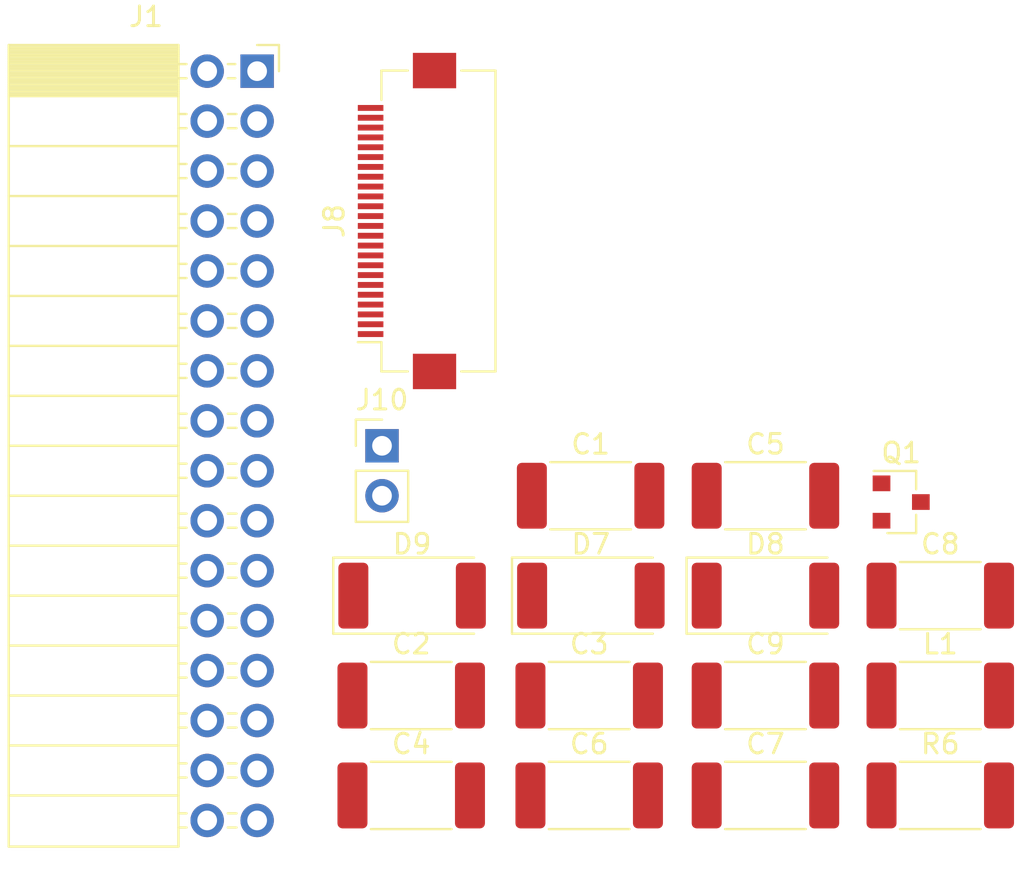
<source format=kicad_pcb>
(kicad_pcb (version 20171130) (host pcbnew "(5.1.2)-1")

  (general
    (thickness 1.6)
    (drawings 0)
    (tracks 0)
    (zones 0)
    (modules 18)
    (nets 50)
  )

  (page A4)
  (layers
    (0 F.Cu signal)
    (31 B.Cu signal)
    (32 B.Adhes user)
    (33 F.Adhes user)
    (34 B.Paste user)
    (35 F.Paste user)
    (36 B.SilkS user)
    (37 F.SilkS user)
    (38 B.Mask user)
    (39 F.Mask user)
    (40 Dwgs.User user)
    (41 Cmts.User user)
    (42 Eco1.User user)
    (43 Eco2.User user)
    (44 Edge.Cuts user)
    (45 Margin user)
    (46 B.CrtYd user)
    (47 F.CrtYd user)
    (48 B.Fab user)
    (49 F.Fab user)
  )

  (setup
    (last_trace_width 0.25)
    (trace_clearance 0.2)
    (zone_clearance 0.508)
    (zone_45_only no)
    (trace_min 0.2)
    (via_size 0.8)
    (via_drill 0.4)
    (via_min_size 0.4)
    (via_min_drill 0.3)
    (uvia_size 0.3)
    (uvia_drill 0.1)
    (uvias_allowed no)
    (uvia_min_size 0.2)
    (uvia_min_drill 0.1)
    (edge_width 0.05)
    (segment_width 0.2)
    (pcb_text_width 0.3)
    (pcb_text_size 1.5 1.5)
    (mod_edge_width 0.12)
    (mod_text_size 1 1)
    (mod_text_width 0.15)
    (pad_size 1.524 1.524)
    (pad_drill 0.762)
    (pad_to_mask_clearance 0.051)
    (solder_mask_min_width 0.25)
    (aux_axis_origin 0 0)
    (visible_elements 7FFFFFFF)
    (pcbplotparams
      (layerselection 0x010fc_ffffffff)
      (usegerberextensions false)
      (usegerberattributes false)
      (usegerberadvancedattributes false)
      (creategerberjobfile false)
      (excludeedgelayer true)
      (linewidth 0.100000)
      (plotframeref false)
      (viasonmask false)
      (mode 1)
      (useauxorigin false)
      (hpglpennumber 1)
      (hpglpenspeed 20)
      (hpglpendiameter 15.000000)
      (psnegative false)
      (psa4output false)
      (plotreference true)
      (plotvalue true)
      (plotinvisibletext false)
      (padsonsilk false)
      (subtractmaskfromsilk false)
      (outputformat 1)
      (mirror false)
      (drillshape 1)
      (scaleselection 1)
      (outputdirectory ""))
  )

  (net 0 "")
  (net 1 Earth)
  (net 2 "Net-(C1-Pad1)")
  (net 3 "Net-(C3-Pad2)")
  (net 4 "Net-(C3-Pad1)")
  (net 5 "Net-(C4-Pad1)")
  (net 6 "Net-(C5-Pad2)")
  (net 7 "Net-(C6-Pad2)")
  (net 8 "Net-(C7-Pad2)")
  (net 9 "Net-(C8-Pad2)")
  (net 10 "Net-(C9-Pad1)")
  (net 11 "Net-(J8-Pad19)")
  (net 12 ADC7|SPI_MOSI|TIM3|CH2)
  (net 13 ADC5|SPI_SCK|DAC2)
  (net 14 ADC12|SPI_SS)
  (net 15 /DISP_DC)
  (net 16 RST)
  (net 17 /DISP_BUSY)
  (net 18 "Net-(J8-Pad7)")
  (net 19 "Net-(J8-Pad6)")
  (net 20 "Net-(J8-Pad5)")
  (net 21 "Net-(J8-Pad4)")
  (net 22 "Net-(J8-Pad3)")
  (net 23 "Net-(J8-Pad2)")
  (net 24 "Net-(J8-Pad1)")
  (net 25 +3V3)
  (net 26 "Net-(J1-Pad31)")
  (net 27 "Net-(J1-Pad30)")
  (net 28 "Net-(J1-Pad29)")
  (net 29 "Net-(J1-Pad28)")
  (net 30 "Net-(J1-Pad27)")
  (net 31 "Net-(J1-Pad26)")
  (net 32 "Net-(J1-Pad25)")
  (net 33 "Net-(J1-Pad22)")
  (net 34 "Net-(J1-Pad20)")
  (net 35 "Net-(J1-Pad19)")
  (net 36 "Net-(J1-Pad18)")
  (net 37 "Net-(J1-Pad17)")
  (net 38 "Net-(J1-Pad16)")
  (net 39 "Net-(J1-Pad15)")
  (net 40 "Net-(J1-Pad14)")
  (net 41 "Net-(J1-Pad13)")
  (net 42 "Net-(J1-Pad12)")
  (net 43 "Net-(J1-Pad11)")
  (net 44 "Net-(J1-Pad8)")
  (net 45 "Net-(J1-Pad6)")
  (net 46 "Net-(J1-Pad5)")
  (net 47 "Net-(J1-Pad4)")
  (net 48 "Net-(J1-Pad3)")
  (net 49 "Net-(J1-Pad1)")

  (net_class Default "This is the default net class."
    (clearance 0.2)
    (trace_width 0.25)
    (via_dia 0.8)
    (via_drill 0.4)
    (uvia_dia 0.3)
    (uvia_drill 0.1)
    (add_net +3V3)
    (add_net /DISP_BUSY)
    (add_net /DISP_DC)
    (add_net ADC12|SPI_SS)
    (add_net ADC5|SPI_SCK|DAC2)
    (add_net ADC7|SPI_MOSI|TIM3|CH2)
    (add_net Earth)
    (add_net "Net-(C1-Pad1)")
    (add_net "Net-(C3-Pad1)")
    (add_net "Net-(C3-Pad2)")
    (add_net "Net-(C4-Pad1)")
    (add_net "Net-(C5-Pad2)")
    (add_net "Net-(C6-Pad2)")
    (add_net "Net-(C7-Pad2)")
    (add_net "Net-(C8-Pad2)")
    (add_net "Net-(C9-Pad1)")
    (add_net "Net-(J1-Pad1)")
    (add_net "Net-(J1-Pad11)")
    (add_net "Net-(J1-Pad12)")
    (add_net "Net-(J1-Pad13)")
    (add_net "Net-(J1-Pad14)")
    (add_net "Net-(J1-Pad15)")
    (add_net "Net-(J1-Pad16)")
    (add_net "Net-(J1-Pad17)")
    (add_net "Net-(J1-Pad18)")
    (add_net "Net-(J1-Pad19)")
    (add_net "Net-(J1-Pad20)")
    (add_net "Net-(J1-Pad22)")
    (add_net "Net-(J1-Pad25)")
    (add_net "Net-(J1-Pad26)")
    (add_net "Net-(J1-Pad27)")
    (add_net "Net-(J1-Pad28)")
    (add_net "Net-(J1-Pad29)")
    (add_net "Net-(J1-Pad3)")
    (add_net "Net-(J1-Pad30)")
    (add_net "Net-(J1-Pad31)")
    (add_net "Net-(J1-Pad4)")
    (add_net "Net-(J1-Pad5)")
    (add_net "Net-(J1-Pad6)")
    (add_net "Net-(J1-Pad8)")
    (add_net "Net-(J8-Pad1)")
    (add_net "Net-(J8-Pad19)")
    (add_net "Net-(J8-Pad2)")
    (add_net "Net-(J8-Pad3)")
    (add_net "Net-(J8-Pad4)")
    (add_net "Net-(J8-Pad5)")
    (add_net "Net-(J8-Pad6)")
    (add_net "Net-(J8-Pad7)")
    (add_net RST)
  )

  (module Connector_PinSocket_2.54mm:PinSocket_2x16_P2.54mm_Horizontal (layer F.Cu) (tedit 5A19A41F) (tstamp 5D05F184)
    (at 123.19 71.12)
    (descr "Through hole angled socket strip, 2x16, 2.54mm pitch, 8.51mm socket length, double cols (from Kicad 4.0.7), script generated")
    (tags "Through hole angled socket strip THT 2x16 2.54mm double row")
    (path /5D06E94D)
    (fp_text reference J1 (at -5.65 -2.77) (layer F.SilkS)
      (effects (font (size 1 1) (thickness 0.15)))
    )
    (fp_text value Conn_01x32 (at -5.65 40.87) (layer F.Fab)
      (effects (font (size 1 1) (thickness 0.15)))
    )
    (fp_text user %R (at -8.315 19.05 90) (layer F.Fab)
      (effects (font (size 1 1) (thickness 0.15)))
    )
    (fp_line (start 1.8 39.9) (end 1.8 -1.8) (layer F.CrtYd) (width 0.05))
    (fp_line (start -13.05 39.9) (end 1.8 39.9) (layer F.CrtYd) (width 0.05))
    (fp_line (start -13.05 -1.8) (end -13.05 39.9) (layer F.CrtYd) (width 0.05))
    (fp_line (start 1.8 -1.8) (end -13.05 -1.8) (layer F.CrtYd) (width 0.05))
    (fp_line (start 0 -1.33) (end 1.11 -1.33) (layer F.SilkS) (width 0.12))
    (fp_line (start 1.11 -1.33) (end 1.11 0) (layer F.SilkS) (width 0.12))
    (fp_line (start -12.63 -1.33) (end -12.63 39.43) (layer F.SilkS) (width 0.12))
    (fp_line (start -12.63 39.43) (end -4 39.43) (layer F.SilkS) (width 0.12))
    (fp_line (start -4 -1.33) (end -4 39.43) (layer F.SilkS) (width 0.12))
    (fp_line (start -12.63 -1.33) (end -4 -1.33) (layer F.SilkS) (width 0.12))
    (fp_line (start -12.63 36.83) (end -4 36.83) (layer F.SilkS) (width 0.12))
    (fp_line (start -12.63 34.29) (end -4 34.29) (layer F.SilkS) (width 0.12))
    (fp_line (start -12.63 31.75) (end -4 31.75) (layer F.SilkS) (width 0.12))
    (fp_line (start -12.63 29.21) (end -4 29.21) (layer F.SilkS) (width 0.12))
    (fp_line (start -12.63 26.67) (end -4 26.67) (layer F.SilkS) (width 0.12))
    (fp_line (start -12.63 24.13) (end -4 24.13) (layer F.SilkS) (width 0.12))
    (fp_line (start -12.63 21.59) (end -4 21.59) (layer F.SilkS) (width 0.12))
    (fp_line (start -12.63 19.05) (end -4 19.05) (layer F.SilkS) (width 0.12))
    (fp_line (start -12.63 16.51) (end -4 16.51) (layer F.SilkS) (width 0.12))
    (fp_line (start -12.63 13.97) (end -4 13.97) (layer F.SilkS) (width 0.12))
    (fp_line (start -12.63 11.43) (end -4 11.43) (layer F.SilkS) (width 0.12))
    (fp_line (start -12.63 8.89) (end -4 8.89) (layer F.SilkS) (width 0.12))
    (fp_line (start -12.63 6.35) (end -4 6.35) (layer F.SilkS) (width 0.12))
    (fp_line (start -12.63 3.81) (end -4 3.81) (layer F.SilkS) (width 0.12))
    (fp_line (start -12.63 1.27) (end -4 1.27) (layer F.SilkS) (width 0.12))
    (fp_line (start -1.49 38.46) (end -1.05 38.46) (layer F.SilkS) (width 0.12))
    (fp_line (start -4 38.46) (end -3.59 38.46) (layer F.SilkS) (width 0.12))
    (fp_line (start -1.49 37.74) (end -1.05 37.74) (layer F.SilkS) (width 0.12))
    (fp_line (start -4 37.74) (end -3.59 37.74) (layer F.SilkS) (width 0.12))
    (fp_line (start -1.49 35.92) (end -1.05 35.92) (layer F.SilkS) (width 0.12))
    (fp_line (start -4 35.92) (end -3.59 35.92) (layer F.SilkS) (width 0.12))
    (fp_line (start -1.49 35.2) (end -1.05 35.2) (layer F.SilkS) (width 0.12))
    (fp_line (start -4 35.2) (end -3.59 35.2) (layer F.SilkS) (width 0.12))
    (fp_line (start -1.49 33.38) (end -1.05 33.38) (layer F.SilkS) (width 0.12))
    (fp_line (start -4 33.38) (end -3.59 33.38) (layer F.SilkS) (width 0.12))
    (fp_line (start -1.49 32.66) (end -1.05 32.66) (layer F.SilkS) (width 0.12))
    (fp_line (start -4 32.66) (end -3.59 32.66) (layer F.SilkS) (width 0.12))
    (fp_line (start -1.49 30.84) (end -1.05 30.84) (layer F.SilkS) (width 0.12))
    (fp_line (start -4 30.84) (end -3.59 30.84) (layer F.SilkS) (width 0.12))
    (fp_line (start -1.49 30.12) (end -1.05 30.12) (layer F.SilkS) (width 0.12))
    (fp_line (start -4 30.12) (end -3.59 30.12) (layer F.SilkS) (width 0.12))
    (fp_line (start -1.49 28.3) (end -1.05 28.3) (layer F.SilkS) (width 0.12))
    (fp_line (start -4 28.3) (end -3.59 28.3) (layer F.SilkS) (width 0.12))
    (fp_line (start -1.49 27.58) (end -1.05 27.58) (layer F.SilkS) (width 0.12))
    (fp_line (start -4 27.58) (end -3.59 27.58) (layer F.SilkS) (width 0.12))
    (fp_line (start -1.49 25.76) (end -1.05 25.76) (layer F.SilkS) (width 0.12))
    (fp_line (start -4 25.76) (end -3.59 25.76) (layer F.SilkS) (width 0.12))
    (fp_line (start -1.49 25.04) (end -1.05 25.04) (layer F.SilkS) (width 0.12))
    (fp_line (start -4 25.04) (end -3.59 25.04) (layer F.SilkS) (width 0.12))
    (fp_line (start -1.49 23.22) (end -1.05 23.22) (layer F.SilkS) (width 0.12))
    (fp_line (start -4 23.22) (end -3.59 23.22) (layer F.SilkS) (width 0.12))
    (fp_line (start -1.49 22.5) (end -1.05 22.5) (layer F.SilkS) (width 0.12))
    (fp_line (start -4 22.5) (end -3.59 22.5) (layer F.SilkS) (width 0.12))
    (fp_line (start -1.49 20.68) (end -1.05 20.68) (layer F.SilkS) (width 0.12))
    (fp_line (start -4 20.68) (end -3.59 20.68) (layer F.SilkS) (width 0.12))
    (fp_line (start -1.49 19.96) (end -1.05 19.96) (layer F.SilkS) (width 0.12))
    (fp_line (start -4 19.96) (end -3.59 19.96) (layer F.SilkS) (width 0.12))
    (fp_line (start -1.49 18.14) (end -1.05 18.14) (layer F.SilkS) (width 0.12))
    (fp_line (start -4 18.14) (end -3.59 18.14) (layer F.SilkS) (width 0.12))
    (fp_line (start -1.49 17.42) (end -1.05 17.42) (layer F.SilkS) (width 0.12))
    (fp_line (start -4 17.42) (end -3.59 17.42) (layer F.SilkS) (width 0.12))
    (fp_line (start -1.49 15.6) (end -1.05 15.6) (layer F.SilkS) (width 0.12))
    (fp_line (start -4 15.6) (end -3.59 15.6) (layer F.SilkS) (width 0.12))
    (fp_line (start -1.49 14.88) (end -1.05 14.88) (layer F.SilkS) (width 0.12))
    (fp_line (start -4 14.88) (end -3.59 14.88) (layer F.SilkS) (width 0.12))
    (fp_line (start -1.49 13.06) (end -1.05 13.06) (layer F.SilkS) (width 0.12))
    (fp_line (start -4 13.06) (end -3.59 13.06) (layer F.SilkS) (width 0.12))
    (fp_line (start -1.49 12.34) (end -1.05 12.34) (layer F.SilkS) (width 0.12))
    (fp_line (start -4 12.34) (end -3.59 12.34) (layer F.SilkS) (width 0.12))
    (fp_line (start -1.49 10.52) (end -1.05 10.52) (layer F.SilkS) (width 0.12))
    (fp_line (start -4 10.52) (end -3.59 10.52) (layer F.SilkS) (width 0.12))
    (fp_line (start -1.49 9.8) (end -1.05 9.8) (layer F.SilkS) (width 0.12))
    (fp_line (start -4 9.8) (end -3.59 9.8) (layer F.SilkS) (width 0.12))
    (fp_line (start -1.49 7.98) (end -1.05 7.98) (layer F.SilkS) (width 0.12))
    (fp_line (start -4 7.98) (end -3.59 7.98) (layer F.SilkS) (width 0.12))
    (fp_line (start -1.49 7.26) (end -1.05 7.26) (layer F.SilkS) (width 0.12))
    (fp_line (start -4 7.26) (end -3.59 7.26) (layer F.SilkS) (width 0.12))
    (fp_line (start -1.49 5.44) (end -1.05 5.44) (layer F.SilkS) (width 0.12))
    (fp_line (start -4 5.44) (end -3.59 5.44) (layer F.SilkS) (width 0.12))
    (fp_line (start -1.49 4.72) (end -1.05 4.72) (layer F.SilkS) (width 0.12))
    (fp_line (start -4 4.72) (end -3.59 4.72) (layer F.SilkS) (width 0.12))
    (fp_line (start -1.49 2.9) (end -1.05 2.9) (layer F.SilkS) (width 0.12))
    (fp_line (start -4 2.9) (end -3.59 2.9) (layer F.SilkS) (width 0.12))
    (fp_line (start -1.49 2.18) (end -1.05 2.18) (layer F.SilkS) (width 0.12))
    (fp_line (start -4 2.18) (end -3.59 2.18) (layer F.SilkS) (width 0.12))
    (fp_line (start -1.49 0.36) (end -1.11 0.36) (layer F.SilkS) (width 0.12))
    (fp_line (start -4 0.36) (end -3.59 0.36) (layer F.SilkS) (width 0.12))
    (fp_line (start -1.49 -0.36) (end -1.11 -0.36) (layer F.SilkS) (width 0.12))
    (fp_line (start -4 -0.36) (end -3.59 -0.36) (layer F.SilkS) (width 0.12))
    (fp_line (start -12.63 1.1519) (end -4 1.1519) (layer F.SilkS) (width 0.12))
    (fp_line (start -12.63 1.033805) (end -4 1.033805) (layer F.SilkS) (width 0.12))
    (fp_line (start -12.63 0.91571) (end -4 0.91571) (layer F.SilkS) (width 0.12))
    (fp_line (start -12.63 0.797615) (end -4 0.797615) (layer F.SilkS) (width 0.12))
    (fp_line (start -12.63 0.67952) (end -4 0.67952) (layer F.SilkS) (width 0.12))
    (fp_line (start -12.63 0.561425) (end -4 0.561425) (layer F.SilkS) (width 0.12))
    (fp_line (start -12.63 0.44333) (end -4 0.44333) (layer F.SilkS) (width 0.12))
    (fp_line (start -12.63 0.325235) (end -4 0.325235) (layer F.SilkS) (width 0.12))
    (fp_line (start -12.63 0.20714) (end -4 0.20714) (layer F.SilkS) (width 0.12))
    (fp_line (start -12.63 0.089045) (end -4 0.089045) (layer F.SilkS) (width 0.12))
    (fp_line (start -12.63 -0.02905) (end -4 -0.02905) (layer F.SilkS) (width 0.12))
    (fp_line (start -12.63 -0.147145) (end -4 -0.147145) (layer F.SilkS) (width 0.12))
    (fp_line (start -12.63 -0.26524) (end -4 -0.26524) (layer F.SilkS) (width 0.12))
    (fp_line (start -12.63 -0.383335) (end -4 -0.383335) (layer F.SilkS) (width 0.12))
    (fp_line (start -12.63 -0.50143) (end -4 -0.50143) (layer F.SilkS) (width 0.12))
    (fp_line (start -12.63 -0.619525) (end -4 -0.619525) (layer F.SilkS) (width 0.12))
    (fp_line (start -12.63 -0.73762) (end -4 -0.73762) (layer F.SilkS) (width 0.12))
    (fp_line (start -12.63 -0.855715) (end -4 -0.855715) (layer F.SilkS) (width 0.12))
    (fp_line (start -12.63 -0.97381) (end -4 -0.97381) (layer F.SilkS) (width 0.12))
    (fp_line (start -12.63 -1.091905) (end -4 -1.091905) (layer F.SilkS) (width 0.12))
    (fp_line (start -12.63 -1.21) (end -4 -1.21) (layer F.SilkS) (width 0.12))
    (fp_line (start 0 38.4) (end 0 37.8) (layer F.Fab) (width 0.1))
    (fp_line (start -4.06 38.4) (end 0 38.4) (layer F.Fab) (width 0.1))
    (fp_line (start 0 37.8) (end -4.06 37.8) (layer F.Fab) (width 0.1))
    (fp_line (start 0 35.86) (end 0 35.26) (layer F.Fab) (width 0.1))
    (fp_line (start -4.06 35.86) (end 0 35.86) (layer F.Fab) (width 0.1))
    (fp_line (start 0 35.26) (end -4.06 35.26) (layer F.Fab) (width 0.1))
    (fp_line (start 0 33.32) (end 0 32.72) (layer F.Fab) (width 0.1))
    (fp_line (start -4.06 33.32) (end 0 33.32) (layer F.Fab) (width 0.1))
    (fp_line (start 0 32.72) (end -4.06 32.72) (layer F.Fab) (width 0.1))
    (fp_line (start 0 30.78) (end 0 30.18) (layer F.Fab) (width 0.1))
    (fp_line (start -4.06 30.78) (end 0 30.78) (layer F.Fab) (width 0.1))
    (fp_line (start 0 30.18) (end -4.06 30.18) (layer F.Fab) (width 0.1))
    (fp_line (start 0 28.24) (end 0 27.64) (layer F.Fab) (width 0.1))
    (fp_line (start -4.06 28.24) (end 0 28.24) (layer F.Fab) (width 0.1))
    (fp_line (start 0 27.64) (end -4.06 27.64) (layer F.Fab) (width 0.1))
    (fp_line (start 0 25.7) (end 0 25.1) (layer F.Fab) (width 0.1))
    (fp_line (start -4.06 25.7) (end 0 25.7) (layer F.Fab) (width 0.1))
    (fp_line (start 0 25.1) (end -4.06 25.1) (layer F.Fab) (width 0.1))
    (fp_line (start 0 23.16) (end 0 22.56) (layer F.Fab) (width 0.1))
    (fp_line (start -4.06 23.16) (end 0 23.16) (layer F.Fab) (width 0.1))
    (fp_line (start 0 22.56) (end -4.06 22.56) (layer F.Fab) (width 0.1))
    (fp_line (start 0 20.62) (end 0 20.02) (layer F.Fab) (width 0.1))
    (fp_line (start -4.06 20.62) (end 0 20.62) (layer F.Fab) (width 0.1))
    (fp_line (start 0 20.02) (end -4.06 20.02) (layer F.Fab) (width 0.1))
    (fp_line (start 0 18.08) (end 0 17.48) (layer F.Fab) (width 0.1))
    (fp_line (start -4.06 18.08) (end 0 18.08) (layer F.Fab) (width 0.1))
    (fp_line (start 0 17.48) (end -4.06 17.48) (layer F.Fab) (width 0.1))
    (fp_line (start 0 15.54) (end 0 14.94) (layer F.Fab) (width 0.1))
    (fp_line (start -4.06 15.54) (end 0 15.54) (layer F.Fab) (width 0.1))
    (fp_line (start 0 14.94) (end -4.06 14.94) (layer F.Fab) (width 0.1))
    (fp_line (start 0 13) (end 0 12.4) (layer F.Fab) (width 0.1))
    (fp_line (start -4.06 13) (end 0 13) (layer F.Fab) (width 0.1))
    (fp_line (start 0 12.4) (end -4.06 12.4) (layer F.Fab) (width 0.1))
    (fp_line (start 0 10.46) (end 0 9.86) (layer F.Fab) (width 0.1))
    (fp_line (start -4.06 10.46) (end 0 10.46) (layer F.Fab) (width 0.1))
    (fp_line (start 0 9.86) (end -4.06 9.86) (layer F.Fab) (width 0.1))
    (fp_line (start 0 7.92) (end 0 7.32) (layer F.Fab) (width 0.1))
    (fp_line (start -4.06 7.92) (end 0 7.92) (layer F.Fab) (width 0.1))
    (fp_line (start 0 7.32) (end -4.06 7.32) (layer F.Fab) (width 0.1))
    (fp_line (start 0 5.38) (end 0 4.78) (layer F.Fab) (width 0.1))
    (fp_line (start -4.06 5.38) (end 0 5.38) (layer F.Fab) (width 0.1))
    (fp_line (start 0 4.78) (end -4.06 4.78) (layer F.Fab) (width 0.1))
    (fp_line (start 0 2.84) (end 0 2.24) (layer F.Fab) (width 0.1))
    (fp_line (start -4.06 2.84) (end 0 2.84) (layer F.Fab) (width 0.1))
    (fp_line (start 0 2.24) (end -4.06 2.24) (layer F.Fab) (width 0.1))
    (fp_line (start 0 0.3) (end 0 -0.3) (layer F.Fab) (width 0.1))
    (fp_line (start -4.06 0.3) (end 0 0.3) (layer F.Fab) (width 0.1))
    (fp_line (start 0 -0.3) (end -4.06 -0.3) (layer F.Fab) (width 0.1))
    (fp_line (start -12.57 39.37) (end -12.57 -1.27) (layer F.Fab) (width 0.1))
    (fp_line (start -4.06 39.37) (end -12.57 39.37) (layer F.Fab) (width 0.1))
    (fp_line (start -4.06 -0.3) (end -4.06 39.37) (layer F.Fab) (width 0.1))
    (fp_line (start -5.03 -1.27) (end -4.06 -0.3) (layer F.Fab) (width 0.1))
    (fp_line (start -12.57 -1.27) (end -5.03 -1.27) (layer F.Fab) (width 0.1))
    (pad 32 thru_hole oval (at -2.54 38.1) (size 1.7 1.7) (drill 1) (layers *.Cu *.Mask)
      (net 1 Earth))
    (pad 31 thru_hole oval (at 0 38.1) (size 1.7 1.7) (drill 1) (layers *.Cu *.Mask)
      (net 26 "Net-(J1-Pad31)"))
    (pad 30 thru_hole oval (at -2.54 35.56) (size 1.7 1.7) (drill 1) (layers *.Cu *.Mask)
      (net 27 "Net-(J1-Pad30)"))
    (pad 29 thru_hole oval (at 0 35.56) (size 1.7 1.7) (drill 1) (layers *.Cu *.Mask)
      (net 28 "Net-(J1-Pad29)"))
    (pad 28 thru_hole oval (at -2.54 33.02) (size 1.7 1.7) (drill 1) (layers *.Cu *.Mask)
      (net 29 "Net-(J1-Pad28)"))
    (pad 27 thru_hole oval (at 0 33.02) (size 1.7 1.7) (drill 1) (layers *.Cu *.Mask)
      (net 30 "Net-(J1-Pad27)"))
    (pad 26 thru_hole oval (at -2.54 30.48) (size 1.7 1.7) (drill 1) (layers *.Cu *.Mask)
      (net 31 "Net-(J1-Pad26)"))
    (pad 25 thru_hole oval (at 0 30.48) (size 1.7 1.7) (drill 1) (layers *.Cu *.Mask)
      (net 32 "Net-(J1-Pad25)"))
    (pad 24 thru_hole oval (at -2.54 27.94) (size 1.7 1.7) (drill 1) (layers *.Cu *.Mask)
      (net 25 +3V3))
    (pad 23 thru_hole oval (at 0 27.94) (size 1.7 1.7) (drill 1) (layers *.Cu *.Mask)
      (net 16 RST))
    (pad 22 thru_hole oval (at -2.54 25.4) (size 1.7 1.7) (drill 1) (layers *.Cu *.Mask)
      (net 33 "Net-(J1-Pad22)"))
    (pad 21 thru_hole oval (at 0 25.4) (size 1.7 1.7) (drill 1) (layers *.Cu *.Mask)
      (net 1 Earth))
    (pad 20 thru_hole oval (at -2.54 22.86) (size 1.7 1.7) (drill 1) (layers *.Cu *.Mask)
      (net 34 "Net-(J1-Pad20)"))
    (pad 19 thru_hole oval (at 0 22.86) (size 1.7 1.7) (drill 1) (layers *.Cu *.Mask)
      (net 35 "Net-(J1-Pad19)"))
    (pad 18 thru_hole oval (at -2.54 20.32) (size 1.7 1.7) (drill 1) (layers *.Cu *.Mask)
      (net 36 "Net-(J1-Pad18)"))
    (pad 17 thru_hole oval (at 0 20.32) (size 1.7 1.7) (drill 1) (layers *.Cu *.Mask)
      (net 37 "Net-(J1-Pad17)"))
    (pad 16 thru_hole oval (at -2.54 17.78) (size 1.7 1.7) (drill 1) (layers *.Cu *.Mask)
      (net 38 "Net-(J1-Pad16)"))
    (pad 15 thru_hole oval (at 0 17.78) (size 1.7 1.7) (drill 1) (layers *.Cu *.Mask)
      (net 39 "Net-(J1-Pad15)"))
    (pad 14 thru_hole oval (at -2.54 15.24) (size 1.7 1.7) (drill 1) (layers *.Cu *.Mask)
      (net 40 "Net-(J1-Pad14)"))
    (pad 13 thru_hole oval (at 0 15.24) (size 1.7 1.7) (drill 1) (layers *.Cu *.Mask)
      (net 41 "Net-(J1-Pad13)"))
    (pad 12 thru_hole oval (at -2.54 12.7) (size 1.7 1.7) (drill 1) (layers *.Cu *.Mask)
      (net 42 "Net-(J1-Pad12)"))
    (pad 11 thru_hole oval (at 0 12.7) (size 1.7 1.7) (drill 1) (layers *.Cu *.Mask)
      (net 43 "Net-(J1-Pad11)"))
    (pad 10 thru_hole oval (at -2.54 10.16) (size 1.7 1.7) (drill 1) (layers *.Cu *.Mask)
      (net 14 ADC12|SPI_SS))
    (pad 9 thru_hole oval (at 0 10.16) (size 1.7 1.7) (drill 1) (layers *.Cu *.Mask)
      (net 13 ADC5|SPI_SCK|DAC2))
    (pad 8 thru_hole oval (at -2.54 7.62) (size 1.7 1.7) (drill 1) (layers *.Cu *.Mask)
      (net 44 "Net-(J1-Pad8)"))
    (pad 7 thru_hole oval (at 0 7.62) (size 1.7 1.7) (drill 1) (layers *.Cu *.Mask)
      (net 12 ADC7|SPI_MOSI|TIM3|CH2))
    (pad 6 thru_hole oval (at -2.54 5.08) (size 1.7 1.7) (drill 1) (layers *.Cu *.Mask)
      (net 45 "Net-(J1-Pad6)"))
    (pad 5 thru_hole oval (at 0 5.08) (size 1.7 1.7) (drill 1) (layers *.Cu *.Mask)
      (net 46 "Net-(J1-Pad5)"))
    (pad 4 thru_hole oval (at -2.54 2.54) (size 1.7 1.7) (drill 1) (layers *.Cu *.Mask)
      (net 47 "Net-(J1-Pad4)"))
    (pad 3 thru_hole oval (at 0 2.54) (size 1.7 1.7) (drill 1) (layers *.Cu *.Mask)
      (net 48 "Net-(J1-Pad3)"))
    (pad 2 thru_hole oval (at -2.54 0) (size 1.7 1.7) (drill 1) (layers *.Cu *.Mask)
      (net 1 Earth))
    (pad 1 thru_hole rect (at 0 0) (size 1.7 1.7) (drill 1) (layers *.Cu *.Mask)
      (net 49 "Net-(J1-Pad1)"))
    (model ${KISYS3DMOD}/Connector_PinSocket_2.54mm.3dshapes/PinSocket_2x16_P2.54mm_Horizontal.wrl
      (at (xyz 0 0 0))
      (scale (xyz 1 1 1))
      (rotate (xyz 0 0 0))
    )
  )

  (module Resistor_SMD:R_2512_6332Metric_Pad1.52x3.35mm_HandSolder (layer F.Cu) (tedit 5B301BBD) (tstamp 5D059451)
    (at 157.9275 107.95)
    (descr "Resistor SMD 2512 (6332 Metric), square (rectangular) end terminal, IPC_7351 nominal with elongated pad for handsoldering. (Body size source: http://www.tortai-tech.com/upload/download/2011102023233369053.pdf), generated with kicad-footprint-generator")
    (tags "resistor handsolder")
    (path /5D1C2A00)
    (attr smd)
    (fp_text reference R6 (at 0 -2.62) (layer F.SilkS)
      (effects (font (size 1 1) (thickness 0.15)))
    )
    (fp_text value 470mOhms (at 0 2.62) (layer F.Fab)
      (effects (font (size 1 1) (thickness 0.15)))
    )
    (fp_text user %R (at 0 0) (layer F.Fab)
      (effects (font (size 1 1) (thickness 0.15)))
    )
    (fp_line (start 4 1.92) (end -4 1.92) (layer F.CrtYd) (width 0.05))
    (fp_line (start 4 -1.92) (end 4 1.92) (layer F.CrtYd) (width 0.05))
    (fp_line (start -4 -1.92) (end 4 -1.92) (layer F.CrtYd) (width 0.05))
    (fp_line (start -4 1.92) (end -4 -1.92) (layer F.CrtYd) (width 0.05))
    (fp_line (start -2.052064 1.71) (end 2.052064 1.71) (layer F.SilkS) (width 0.12))
    (fp_line (start -2.052064 -1.71) (end 2.052064 -1.71) (layer F.SilkS) (width 0.12))
    (fp_line (start 3.15 1.6) (end -3.15 1.6) (layer F.Fab) (width 0.1))
    (fp_line (start 3.15 -1.6) (end 3.15 1.6) (layer F.Fab) (width 0.1))
    (fp_line (start -3.15 -1.6) (end 3.15 -1.6) (layer F.Fab) (width 0.1))
    (fp_line (start -3.15 1.6) (end -3.15 -1.6) (layer F.Fab) (width 0.1))
    (pad 2 smd roundrect (at 2.9875 0) (size 1.525 3.35) (layers F.Cu F.Paste F.Mask) (roundrect_rratio 0.163934)
      (net 22 "Net-(J8-Pad3)"))
    (pad 1 smd roundrect (at -2.9875 0) (size 1.525 3.35) (layers F.Cu F.Paste F.Mask) (roundrect_rratio 0.163934)
      (net 1 Earth))
    (model ${KISYS3DMOD}/Resistor_SMD.3dshapes/R_2512_6332Metric.wrl
      (at (xyz 0 0 0))
      (scale (xyz 1 1 1))
      (rotate (xyz 0 0 0))
    )
  )

  (module Package_TO_SOT_SMD:SOT-23 (layer F.Cu) (tedit 5A02FF57) (tstamp 5D059440)
    (at 155.94 93.03)
    (descr "SOT-23, Standard")
    (tags SOT-23)
    (path /5D1C4220)
    (attr smd)
    (fp_text reference Q1 (at 0 -2.5) (layer F.SilkS)
      (effects (font (size 1 1) (thickness 0.15)))
    )
    (fp_text value Q_PJFET_GSD (at 0 2.5) (layer F.Fab)
      (effects (font (size 1 1) (thickness 0.15)))
    )
    (fp_line (start 0.76 1.58) (end -0.7 1.58) (layer F.SilkS) (width 0.12))
    (fp_line (start 0.76 -1.58) (end -1.4 -1.58) (layer F.SilkS) (width 0.12))
    (fp_line (start -1.7 1.75) (end -1.7 -1.75) (layer F.CrtYd) (width 0.05))
    (fp_line (start 1.7 1.75) (end -1.7 1.75) (layer F.CrtYd) (width 0.05))
    (fp_line (start 1.7 -1.75) (end 1.7 1.75) (layer F.CrtYd) (width 0.05))
    (fp_line (start -1.7 -1.75) (end 1.7 -1.75) (layer F.CrtYd) (width 0.05))
    (fp_line (start 0.76 -1.58) (end 0.76 -0.65) (layer F.SilkS) (width 0.12))
    (fp_line (start 0.76 1.58) (end 0.76 0.65) (layer F.SilkS) (width 0.12))
    (fp_line (start -0.7 1.52) (end 0.7 1.52) (layer F.Fab) (width 0.1))
    (fp_line (start 0.7 -1.52) (end 0.7 1.52) (layer F.Fab) (width 0.1))
    (fp_line (start -0.7 -0.95) (end -0.15 -1.52) (layer F.Fab) (width 0.1))
    (fp_line (start -0.15 -1.52) (end 0.7 -1.52) (layer F.Fab) (width 0.1))
    (fp_line (start -0.7 -0.95) (end -0.7 1.5) (layer F.Fab) (width 0.1))
    (fp_text user %R (at 0 0 90) (layer F.Fab)
      (effects (font (size 0.5 0.5) (thickness 0.075)))
    )
    (pad 3 smd rect (at 1 0) (size 0.9 0.8) (layers F.Cu F.Paste F.Mask)
      (net 4 "Net-(C3-Pad1)"))
    (pad 2 smd rect (at -1 0.95) (size 0.9 0.8) (layers F.Cu F.Paste F.Mask)
      (net 22 "Net-(J8-Pad3)"))
    (pad 1 smd rect (at -1 -0.95) (size 0.9 0.8) (layers F.Cu F.Paste F.Mask)
      (net 23 "Net-(J8-Pad2)"))
    (model ${KISYS3DMOD}/Package_TO_SOT_SMD.3dshapes/SOT-23.wrl
      (at (xyz 0 0 0))
      (scale (xyz 1 1 1))
      (rotate (xyz 0 0 0))
    )
  )

  (module Inductor_SMD:L_2512_6332Metric_Pad1.52x3.35mm_HandSolder (layer F.Cu) (tedit 5B301BBE) (tstamp 5D05942B)
    (at 157.9275 102.87)
    (descr "Capacitor SMD 2512 (6332 Metric), square (rectangular) end terminal, IPC_7351 nominal with elongated pad for handsoldering. (Body size source: http://www.tortai-tech.com/upload/download/2011102023233369053.pdf), generated with kicad-footprint-generator")
    (tags "inductor handsolder")
    (path /5D1B9596)
    (attr smd)
    (fp_text reference L1 (at 0 -2.62) (layer F.SilkS)
      (effects (font (size 1 1) (thickness 0.15)))
    )
    (fp_text value 10uH (at 0 2.62) (layer F.Fab)
      (effects (font (size 1 1) (thickness 0.15)))
    )
    (fp_text user %R (at 0 0) (layer F.Fab)
      (effects (font (size 1 1) (thickness 0.15)))
    )
    (fp_line (start 4 1.92) (end -4 1.92) (layer F.CrtYd) (width 0.05))
    (fp_line (start 4 -1.92) (end 4 1.92) (layer F.CrtYd) (width 0.05))
    (fp_line (start -4 -1.92) (end 4 -1.92) (layer F.CrtYd) (width 0.05))
    (fp_line (start -4 1.92) (end -4 -1.92) (layer F.CrtYd) (width 0.05))
    (fp_line (start -2.052064 1.71) (end 2.052064 1.71) (layer F.SilkS) (width 0.12))
    (fp_line (start -2.052064 -1.71) (end 2.052064 -1.71) (layer F.SilkS) (width 0.12))
    (fp_line (start 3.15 1.6) (end -3.15 1.6) (layer F.Fab) (width 0.1))
    (fp_line (start 3.15 -1.6) (end 3.15 1.6) (layer F.Fab) (width 0.1))
    (fp_line (start -3.15 -1.6) (end 3.15 -1.6) (layer F.Fab) (width 0.1))
    (fp_line (start -3.15 1.6) (end -3.15 -1.6) (layer F.Fab) (width 0.1))
    (pad 2 smd roundrect (at 2.9875 0) (size 1.525 3.35) (layers F.Cu F.Paste F.Mask) (roundrect_rratio 0.163934)
      (net 4 "Net-(C3-Pad1)"))
    (pad 1 smd roundrect (at -2.9875 0) (size 1.525 3.35) (layers F.Cu F.Paste F.Mask) (roundrect_rratio 0.163934)
      (net 2 "Net-(C1-Pad1)"))
    (model ${KISYS3DMOD}/Inductor_SMD.3dshapes/L_2512_6332Metric.wrl
      (at (xyz 0 0 0))
      (scale (xyz 1 1 1))
      (rotate (xyz 0 0 0))
    )
  )

  (module Connector_PinHeader_2.54mm:PinHeader_1x02_P2.54mm_Vertical (layer F.Cu) (tedit 59FED5CC) (tstamp 5D05941A)
    (at 129.54 90.17)
    (descr "Through hole straight pin header, 1x02, 2.54mm pitch, single row")
    (tags "Through hole pin header THT 1x02 2.54mm single row")
    (path /5D1F7A76)
    (fp_text reference J10 (at 0 -2.33) (layer F.SilkS)
      (effects (font (size 1 1) (thickness 0.15)))
    )
    (fp_text value Conn_01x02 (at 0 4.87) (layer F.Fab)
      (effects (font (size 1 1) (thickness 0.15)))
    )
    (fp_text user %R (at 0 1.27 90) (layer F.Fab)
      (effects (font (size 1 1) (thickness 0.15)))
    )
    (fp_line (start 1.8 -1.8) (end -1.8 -1.8) (layer F.CrtYd) (width 0.05))
    (fp_line (start 1.8 4.35) (end 1.8 -1.8) (layer F.CrtYd) (width 0.05))
    (fp_line (start -1.8 4.35) (end 1.8 4.35) (layer F.CrtYd) (width 0.05))
    (fp_line (start -1.8 -1.8) (end -1.8 4.35) (layer F.CrtYd) (width 0.05))
    (fp_line (start -1.33 -1.33) (end 0 -1.33) (layer F.SilkS) (width 0.12))
    (fp_line (start -1.33 0) (end -1.33 -1.33) (layer F.SilkS) (width 0.12))
    (fp_line (start -1.33 1.27) (end 1.33 1.27) (layer F.SilkS) (width 0.12))
    (fp_line (start 1.33 1.27) (end 1.33 3.87) (layer F.SilkS) (width 0.12))
    (fp_line (start -1.33 1.27) (end -1.33 3.87) (layer F.SilkS) (width 0.12))
    (fp_line (start -1.33 3.87) (end 1.33 3.87) (layer F.SilkS) (width 0.12))
    (fp_line (start -1.27 -0.635) (end -0.635 -1.27) (layer F.Fab) (width 0.1))
    (fp_line (start -1.27 3.81) (end -1.27 -0.635) (layer F.Fab) (width 0.1))
    (fp_line (start 1.27 3.81) (end -1.27 3.81) (layer F.Fab) (width 0.1))
    (fp_line (start 1.27 -1.27) (end 1.27 3.81) (layer F.Fab) (width 0.1))
    (fp_line (start -0.635 -1.27) (end 1.27 -1.27) (layer F.Fab) (width 0.1))
    (pad 2 thru_hole oval (at 0 2.54) (size 1.7 1.7) (drill 1) (layers *.Cu *.Mask)
      (net 25 +3V3))
    (pad 1 thru_hole rect (at 0 0) (size 1.7 1.7) (drill 1) (layers *.Cu *.Mask)
      (net 2 "Net-(C1-Pad1)"))
    (model ${KISYS3DMOD}/Connector_PinHeader_2.54mm.3dshapes/PinHeader_1x02_P2.54mm_Vertical.wrl
      (at (xyz 0 0 0))
      (scale (xyz 1 1 1))
      (rotate (xyz 0 0 0))
    )
  )

  (module Connector_FFC-FPC:Hirose_FH12-24S-0.5SH_1x24-1MP_P0.50mm_Horizontal (layer F.Cu) (tedit 5AEE0F8A) (tstamp 5D059404)
    (at 130.81 78.74 90)
    (descr "Molex FH12, FFC/FPC connector, FH12-24S-0.5SH, 24 Pins per row (https://www.hirose.com/product/en/products/FH12/FH12-24S-0.5SH(55)/), generated with kicad-footprint-generator")
    (tags "connector Hirose  top entry")
    (path /5D19681B)
    (attr smd)
    (fp_text reference J8 (at 0 -3.7 90) (layer F.SilkS)
      (effects (font (size 1 1) (thickness 0.15)))
    )
    (fp_text value Conn_01x24 (at 0 5.6 90) (layer F.Fab)
      (effects (font (size 1 1) (thickness 0.15)))
    )
    (fp_text user %R (at 0 3.7 90) (layer F.Fab)
      (effects (font (size 1 1) (thickness 0.15)))
    )
    (fp_line (start 9.05 -3) (end -9.05 -3) (layer F.CrtYd) (width 0.05))
    (fp_line (start 9.05 4.9) (end 9.05 -3) (layer F.CrtYd) (width 0.05))
    (fp_line (start -9.05 4.9) (end 9.05 4.9) (layer F.CrtYd) (width 0.05))
    (fp_line (start -9.05 -3) (end -9.05 4.9) (layer F.CrtYd) (width 0.05))
    (fp_line (start -5.75 -0.492893) (end -5.25 -1.2) (layer F.Fab) (width 0.1))
    (fp_line (start -6.25 -1.2) (end -5.75 -0.492893) (layer F.Fab) (width 0.1))
    (fp_line (start -6.16 -1.3) (end -6.16 -2.5) (layer F.SilkS) (width 0.12))
    (fp_line (start 7.65 4.5) (end 7.65 2.76) (layer F.SilkS) (width 0.12))
    (fp_line (start -7.65 4.5) (end 7.65 4.5) (layer F.SilkS) (width 0.12))
    (fp_line (start -7.65 2.76) (end -7.65 4.5) (layer F.SilkS) (width 0.12))
    (fp_line (start 7.65 -1.3) (end 7.65 0.04) (layer F.SilkS) (width 0.12))
    (fp_line (start 6.16 -1.3) (end 7.65 -1.3) (layer F.SilkS) (width 0.12))
    (fp_line (start -7.65 -1.3) (end -7.65 0.04) (layer F.SilkS) (width 0.12))
    (fp_line (start -6.16 -1.3) (end -7.65 -1.3) (layer F.SilkS) (width 0.12))
    (fp_line (start 7.45 4.4) (end 0 4.4) (layer F.Fab) (width 0.1))
    (fp_line (start 7.45 3.7) (end 7.45 4.4) (layer F.Fab) (width 0.1))
    (fp_line (start 6.95 3.7) (end 7.45 3.7) (layer F.Fab) (width 0.1))
    (fp_line (start 6.95 3.4) (end 6.95 3.7) (layer F.Fab) (width 0.1))
    (fp_line (start 7.55 3.4) (end 6.95 3.4) (layer F.Fab) (width 0.1))
    (fp_line (start 7.55 -1.2) (end 7.55 3.4) (layer F.Fab) (width 0.1))
    (fp_line (start 0 -1.2) (end 7.55 -1.2) (layer F.Fab) (width 0.1))
    (fp_line (start -7.45 4.4) (end 0 4.4) (layer F.Fab) (width 0.1))
    (fp_line (start -7.45 3.7) (end -7.45 4.4) (layer F.Fab) (width 0.1))
    (fp_line (start -6.95 3.7) (end -7.45 3.7) (layer F.Fab) (width 0.1))
    (fp_line (start -6.95 3.4) (end -6.95 3.7) (layer F.Fab) (width 0.1))
    (fp_line (start -7.55 3.4) (end -6.95 3.4) (layer F.Fab) (width 0.1))
    (fp_line (start -7.55 -1.2) (end -7.55 3.4) (layer F.Fab) (width 0.1))
    (fp_line (start 0 -1.2) (end -7.55 -1.2) (layer F.Fab) (width 0.1))
    (pad 24 smd rect (at 5.75 -1.85 90) (size 0.3 1.3) (layers F.Cu F.Paste F.Mask)
      (net 6 "Net-(C5-Pad2)"))
    (pad 23 smd rect (at 5.25 -1.85 90) (size 0.3 1.3) (layers F.Cu F.Paste F.Mask)
      (net 10 "Net-(C9-Pad1)"))
    (pad 22 smd rect (at 4.75 -1.85 90) (size 0.3 1.3) (layers F.Cu F.Paste F.Mask)
      (net 9 "Net-(C8-Pad2)"))
    (pad 21 smd rect (at 4.25 -1.85 90) (size 0.3 1.3) (layers F.Cu F.Paste F.Mask)
      (net 5 "Net-(C4-Pad1)"))
    (pad 20 smd rect (at 3.75 -1.85 90) (size 0.3 1.3) (layers F.Cu F.Paste F.Mask)
      (net 8 "Net-(C7-Pad2)"))
    (pad 19 smd rect (at 3.25 -1.85 90) (size 0.3 1.3) (layers F.Cu F.Paste F.Mask)
      (net 11 "Net-(J8-Pad19)"))
    (pad 18 smd rect (at 2.75 -1.85 90) (size 0.3 1.3) (layers F.Cu F.Paste F.Mask)
      (net 7 "Net-(C6-Pad2)"))
    (pad 17 smd rect (at 2.25 -1.85 90) (size 0.3 1.3) (layers F.Cu F.Paste F.Mask)
      (net 1 Earth))
    (pad 16 smd rect (at 1.75 -1.85 90) (size 0.3 1.3) (layers F.Cu F.Paste F.Mask)
      (net 2 "Net-(C1-Pad1)"))
    (pad 15 smd rect (at 1.25 -1.85 90) (size 0.3 1.3) (layers F.Cu F.Paste F.Mask)
      (net 2 "Net-(C1-Pad1)"))
    (pad 14 smd rect (at 0.75 -1.85 90) (size 0.3 1.3) (layers F.Cu F.Paste F.Mask)
      (net 12 ADC7|SPI_MOSI|TIM3|CH2))
    (pad 13 smd rect (at 0.25 -1.85 90) (size 0.3 1.3) (layers F.Cu F.Paste F.Mask)
      (net 13 ADC5|SPI_SCK|DAC2))
    (pad 12 smd rect (at -0.25 -1.85 90) (size 0.3 1.3) (layers F.Cu F.Paste F.Mask)
      (net 14 ADC12|SPI_SS))
    (pad 11 smd rect (at -0.75 -1.85 90) (size 0.3 1.3) (layers F.Cu F.Paste F.Mask)
      (net 15 /DISP_DC))
    (pad 10 smd rect (at -1.25 -1.85 90) (size 0.3 1.3) (layers F.Cu F.Paste F.Mask)
      (net 16 RST))
    (pad 9 smd rect (at -1.75 -1.85 90) (size 0.3 1.3) (layers F.Cu F.Paste F.Mask)
      (net 17 /DISP_BUSY))
    (pad 8 smd rect (at -2.25 -1.85 90) (size 0.3 1.3) (layers F.Cu F.Paste F.Mask)
      (net 1 Earth))
    (pad 7 smd rect (at -2.75 -1.85 90) (size 0.3 1.3) (layers F.Cu F.Paste F.Mask)
      (net 18 "Net-(J8-Pad7)"))
    (pad 6 smd rect (at -3.25 -1.85 90) (size 0.3 1.3) (layers F.Cu F.Paste F.Mask)
      (net 19 "Net-(J8-Pad6)"))
    (pad 5 smd rect (at -3.75 -1.85 90) (size 0.3 1.3) (layers F.Cu F.Paste F.Mask)
      (net 20 "Net-(J8-Pad5)"))
    (pad 4 smd rect (at -4.25 -1.85 90) (size 0.3 1.3) (layers F.Cu F.Paste F.Mask)
      (net 21 "Net-(J8-Pad4)"))
    (pad 3 smd rect (at -4.75 -1.85 90) (size 0.3 1.3) (layers F.Cu F.Paste F.Mask)
      (net 22 "Net-(J8-Pad3)"))
    (pad 2 smd rect (at -5.25 -1.85 90) (size 0.3 1.3) (layers F.Cu F.Paste F.Mask)
      (net 23 "Net-(J8-Pad2)"))
    (pad 1 smd rect (at -5.75 -1.85 90) (size 0.3 1.3) (layers F.Cu F.Paste F.Mask)
      (net 24 "Net-(J8-Pad1)"))
    (pad MP smd rect (at -7.65 1.4 90) (size 1.8 2.2) (layers F.Cu F.Paste F.Mask))
    (pad MP smd rect (at 7.65 1.4 90) (size 1.8 2.2) (layers F.Cu F.Paste F.Mask))
    (model ${KISYS3DMOD}/Connector_FFC-FPC.3dshapes/Hirose_FH12-24S-0.5SH_1x24-1MP_P0.50mm_Horizontal.wrl
      (at (xyz 0 0 0))
      (scale (xyz 1 1 1))
      (rotate (xyz 0 0 0))
    )
  )

  (module Diode_SMD:D_2512_6332Metric_Pad1.52x3.35mm_HandSolder (layer F.Cu) (tedit 5B4B45C8) (tstamp 5D0593C9)
    (at 131.070001 97.79)
    (descr "Diode SMD 2512 (6332 Metric), square (rectangular) end terminal, IPC_7351 nominal, (Body size source: http://www.tortai-tech.com/upload/download/2011102023233369053.pdf), generated with kicad-footprint-generator")
    (tags "diode handsolder")
    (path /5D199829)
    (attr smd)
    (fp_text reference D9 (at 0 -2.62) (layer F.SilkS)
      (effects (font (size 1 1) (thickness 0.15)))
    )
    (fp_text value D_Schottky (at 0 2.62) (layer F.Fab)
      (effects (font (size 1 1) (thickness 0.15)))
    )
    (fp_text user %R (at 0 0) (layer F.Fab)
      (effects (font (size 1 1) (thickness 0.15)))
    )
    (fp_line (start 4 1.92) (end -4 1.92) (layer F.CrtYd) (width 0.05))
    (fp_line (start 4 -1.92) (end 4 1.92) (layer F.CrtYd) (width 0.05))
    (fp_line (start -4 -1.92) (end 4 -1.92) (layer F.CrtYd) (width 0.05))
    (fp_line (start -4 1.92) (end -4 -1.92) (layer F.CrtYd) (width 0.05))
    (fp_line (start -4.01 1.935) (end 3.15 1.935) (layer F.SilkS) (width 0.12))
    (fp_line (start -4.01 -1.935) (end -4.01 1.935) (layer F.SilkS) (width 0.12))
    (fp_line (start 3.15 -1.935) (end -4.01 -1.935) (layer F.SilkS) (width 0.12))
    (fp_line (start 3.15 1.6) (end 3.15 -1.6) (layer F.Fab) (width 0.1))
    (fp_line (start -3.15 1.6) (end 3.15 1.6) (layer F.Fab) (width 0.1))
    (fp_line (start -3.15 -0.8) (end -3.15 1.6) (layer F.Fab) (width 0.1))
    (fp_line (start -2.35 -1.6) (end -3.15 -0.8) (layer F.Fab) (width 0.1))
    (fp_line (start 3.15 -1.6) (end -2.35 -1.6) (layer F.Fab) (width 0.1))
    (pad 2 smd roundrect (at 2.9875 0) (size 1.525 3.35) (layers F.Cu F.Paste F.Mask) (roundrect_rratio 0.163934)
      (net 10 "Net-(C9-Pad1)"))
    (pad 1 smd roundrect (at -2.9875 0) (size 1.525 3.35) (layers F.Cu F.Paste F.Mask) (roundrect_rratio 0.163934)
      (net 3 "Net-(C3-Pad2)"))
    (model ${KISYS3DMOD}/Diode_SMD.3dshapes/D_2512_6332Metric.wrl
      (at (xyz 0 0 0))
      (scale (xyz 1 1 1))
      (rotate (xyz 0 0 0))
    )
  )

  (module Diode_SMD:D_2512_6332Metric_Pad1.52x3.35mm_HandSolder (layer F.Cu) (tedit 5B4B45C8) (tstamp 5D0593B6)
    (at 149.0375 97.79)
    (descr "Diode SMD 2512 (6332 Metric), square (rectangular) end terminal, IPC_7351 nominal, (Body size source: http://www.tortai-tech.com/upload/download/2011102023233369053.pdf), generated with kicad-footprint-generator")
    (tags "diode handsolder")
    (path /5D19DABA)
    (attr smd)
    (fp_text reference D8 (at 0 -2.62) (layer F.SilkS)
      (effects (font (size 1 1) (thickness 0.15)))
    )
    (fp_text value D_Schottky (at 0 2.62) (layer F.Fab)
      (effects (font (size 1 1) (thickness 0.15)))
    )
    (fp_text user %R (at 0 0) (layer F.Fab)
      (effects (font (size 1 1) (thickness 0.15)))
    )
    (fp_line (start 4 1.92) (end -4 1.92) (layer F.CrtYd) (width 0.05))
    (fp_line (start 4 -1.92) (end 4 1.92) (layer F.CrtYd) (width 0.05))
    (fp_line (start -4 -1.92) (end 4 -1.92) (layer F.CrtYd) (width 0.05))
    (fp_line (start -4 1.92) (end -4 -1.92) (layer F.CrtYd) (width 0.05))
    (fp_line (start -4.01 1.935) (end 3.15 1.935) (layer F.SilkS) (width 0.12))
    (fp_line (start -4.01 -1.935) (end -4.01 1.935) (layer F.SilkS) (width 0.12))
    (fp_line (start 3.15 -1.935) (end -4.01 -1.935) (layer F.SilkS) (width 0.12))
    (fp_line (start 3.15 1.6) (end 3.15 -1.6) (layer F.Fab) (width 0.1))
    (fp_line (start -3.15 1.6) (end 3.15 1.6) (layer F.Fab) (width 0.1))
    (fp_line (start -3.15 -0.8) (end -3.15 1.6) (layer F.Fab) (width 0.1))
    (fp_line (start -2.35 -1.6) (end -3.15 -0.8) (layer F.Fab) (width 0.1))
    (fp_line (start 3.15 -1.6) (end -2.35 -1.6) (layer F.Fab) (width 0.1))
    (pad 2 smd roundrect (at 2.9875 0) (size 1.525 3.35) (layers F.Cu F.Paste F.Mask) (roundrect_rratio 0.163934)
      (net 4 "Net-(C3-Pad1)"))
    (pad 1 smd roundrect (at -2.9875 0) (size 1.525 3.35) (layers F.Cu F.Paste F.Mask) (roundrect_rratio 0.163934)
      (net 5 "Net-(C4-Pad1)"))
    (model ${KISYS3DMOD}/Diode_SMD.3dshapes/D_2512_6332Metric.wrl
      (at (xyz 0 0 0))
      (scale (xyz 1 1 1))
      (rotate (xyz 0 0 0))
    )
  )

  (module Diode_SMD:D_2512_6332Metric_Pad1.52x3.35mm_HandSolder (layer F.Cu) (tedit 5B4B45C8) (tstamp 5D0593A3)
    (at 140.160001 97.79)
    (descr "Diode SMD 2512 (6332 Metric), square (rectangular) end terminal, IPC_7351 nominal, (Body size source: http://www.tortai-tech.com/upload/download/2011102023233369053.pdf), generated with kicad-footprint-generator")
    (tags "diode handsolder")
    (path /5D19AE7A)
    (attr smd)
    (fp_text reference D7 (at 0 -2.62) (layer F.SilkS)
      (effects (font (size 1 1) (thickness 0.15)))
    )
    (fp_text value D_Schottky (at 0 2.62) (layer F.Fab)
      (effects (font (size 1 1) (thickness 0.15)))
    )
    (fp_text user %R (at 0 0) (layer F.Fab)
      (effects (font (size 1 1) (thickness 0.15)))
    )
    (fp_line (start 4 1.92) (end -4 1.92) (layer F.CrtYd) (width 0.05))
    (fp_line (start 4 -1.92) (end 4 1.92) (layer F.CrtYd) (width 0.05))
    (fp_line (start -4 -1.92) (end 4 -1.92) (layer F.CrtYd) (width 0.05))
    (fp_line (start -4 1.92) (end -4 -1.92) (layer F.CrtYd) (width 0.05))
    (fp_line (start -4.01 1.935) (end 3.15 1.935) (layer F.SilkS) (width 0.12))
    (fp_line (start -4.01 -1.935) (end -4.01 1.935) (layer F.SilkS) (width 0.12))
    (fp_line (start 3.15 -1.935) (end -4.01 -1.935) (layer F.SilkS) (width 0.12))
    (fp_line (start 3.15 1.6) (end 3.15 -1.6) (layer F.Fab) (width 0.1))
    (fp_line (start -3.15 1.6) (end 3.15 1.6) (layer F.Fab) (width 0.1))
    (fp_line (start -3.15 -0.8) (end -3.15 1.6) (layer F.Fab) (width 0.1))
    (fp_line (start -2.35 -1.6) (end -3.15 -0.8) (layer F.Fab) (width 0.1))
    (fp_line (start 3.15 -1.6) (end -2.35 -1.6) (layer F.Fab) (width 0.1))
    (pad 2 smd roundrect (at 2.9875 0) (size 1.525 3.35) (layers F.Cu F.Paste F.Mask) (roundrect_rratio 0.163934)
      (net 3 "Net-(C3-Pad2)"))
    (pad 1 smd roundrect (at -2.9875 0) (size 1.525 3.35) (layers F.Cu F.Paste F.Mask) (roundrect_rratio 0.163934)
      (net 1 Earth))
    (model ${KISYS3DMOD}/Diode_SMD.3dshapes/D_2512_6332Metric.wrl
      (at (xyz 0 0 0))
      (scale (xyz 1 1 1))
      (rotate (xyz 0 0 0))
    )
  )

  (module Capacitor_SMD:C_2512_6332Metric_Pad1.52x3.35mm_HandSolder (layer F.Cu) (tedit 5B301BBE) (tstamp 5D059390)
    (at 149.0375 102.87)
    (descr "Capacitor SMD 2512 (6332 Metric), square (rectangular) end terminal, IPC_7351 nominal with elongated pad for handsoldering. (Body size source: http://www.tortai-tech.com/upload/download/2011102023233369053.pdf), generated with kicad-footprint-generator")
    (tags "capacitor handsolder")
    (path /5D19C56B)
    (attr smd)
    (fp_text reference C9 (at 0 -2.62) (layer F.SilkS)
      (effects (font (size 1 1) (thickness 0.15)))
    )
    (fp_text value 1uF (at 0 2.62) (layer F.Fab)
      (effects (font (size 1 1) (thickness 0.15)))
    )
    (fp_text user %R (at 0 0) (layer F.Fab)
      (effects (font (size 1 1) (thickness 0.15)))
    )
    (fp_line (start 4 1.92) (end -4 1.92) (layer F.CrtYd) (width 0.05))
    (fp_line (start 4 -1.92) (end 4 1.92) (layer F.CrtYd) (width 0.05))
    (fp_line (start -4 -1.92) (end 4 -1.92) (layer F.CrtYd) (width 0.05))
    (fp_line (start -4 1.92) (end -4 -1.92) (layer F.CrtYd) (width 0.05))
    (fp_line (start -2.052064 1.71) (end 2.052064 1.71) (layer F.SilkS) (width 0.12))
    (fp_line (start -2.052064 -1.71) (end 2.052064 -1.71) (layer F.SilkS) (width 0.12))
    (fp_line (start 3.15 1.6) (end -3.15 1.6) (layer F.Fab) (width 0.1))
    (fp_line (start 3.15 -1.6) (end 3.15 1.6) (layer F.Fab) (width 0.1))
    (fp_line (start -3.15 -1.6) (end 3.15 -1.6) (layer F.Fab) (width 0.1))
    (fp_line (start -3.15 1.6) (end -3.15 -1.6) (layer F.Fab) (width 0.1))
    (pad 2 smd roundrect (at 2.9875 0) (size 1.525 3.35) (layers F.Cu F.Paste F.Mask) (roundrect_rratio 0.163934)
      (net 1 Earth))
    (pad 1 smd roundrect (at -2.9875 0) (size 1.525 3.35) (layers F.Cu F.Paste F.Mask) (roundrect_rratio 0.163934)
      (net 10 "Net-(C9-Pad1)"))
    (model ${KISYS3DMOD}/Capacitor_SMD.3dshapes/C_2512_6332Metric.wrl
      (at (xyz 0 0 0))
      (scale (xyz 1 1 1))
      (rotate (xyz 0 0 0))
    )
  )

  (module Capacitor_SMD:C_2512_6332Metric_Pad1.52x3.35mm_HandSolder (layer F.Cu) (tedit 5B301BBE) (tstamp 5D05937F)
    (at 157.9275 97.79)
    (descr "Capacitor SMD 2512 (6332 Metric), square (rectangular) end terminal, IPC_7351 nominal with elongated pad for handsoldering. (Body size source: http://www.tortai-tech.com/upload/download/2011102023233369053.pdf), generated with kicad-footprint-generator")
    (tags "capacitor handsolder")
    (path /5D1A48D0)
    (attr smd)
    (fp_text reference C8 (at 0 -2.62) (layer F.SilkS)
      (effects (font (size 1 1) (thickness 0.15)))
    )
    (fp_text value 1uF (at 0 2.62) (layer F.Fab)
      (effects (font (size 1 1) (thickness 0.15)))
    )
    (fp_text user %R (at 0 0) (layer F.Fab)
      (effects (font (size 1 1) (thickness 0.15)))
    )
    (fp_line (start 4 1.92) (end -4 1.92) (layer F.CrtYd) (width 0.05))
    (fp_line (start 4 -1.92) (end 4 1.92) (layer F.CrtYd) (width 0.05))
    (fp_line (start -4 -1.92) (end 4 -1.92) (layer F.CrtYd) (width 0.05))
    (fp_line (start -4 1.92) (end -4 -1.92) (layer F.CrtYd) (width 0.05))
    (fp_line (start -2.052064 1.71) (end 2.052064 1.71) (layer F.SilkS) (width 0.12))
    (fp_line (start -2.052064 -1.71) (end 2.052064 -1.71) (layer F.SilkS) (width 0.12))
    (fp_line (start 3.15 1.6) (end -3.15 1.6) (layer F.Fab) (width 0.1))
    (fp_line (start 3.15 -1.6) (end 3.15 1.6) (layer F.Fab) (width 0.1))
    (fp_line (start -3.15 -1.6) (end 3.15 -1.6) (layer F.Fab) (width 0.1))
    (fp_line (start -3.15 1.6) (end -3.15 -1.6) (layer F.Fab) (width 0.1))
    (pad 2 smd roundrect (at 2.9875 0) (size 1.525 3.35) (layers F.Cu F.Paste F.Mask) (roundrect_rratio 0.163934)
      (net 9 "Net-(C8-Pad2)"))
    (pad 1 smd roundrect (at -2.9875 0) (size 1.525 3.35) (layers F.Cu F.Paste F.Mask) (roundrect_rratio 0.163934)
      (net 1 Earth))
    (model ${KISYS3DMOD}/Capacitor_SMD.3dshapes/C_2512_6332Metric.wrl
      (at (xyz 0 0 0))
      (scale (xyz 1 1 1))
      (rotate (xyz 0 0 0))
    )
  )

  (module Capacitor_SMD:C_2512_6332Metric_Pad1.52x3.35mm_HandSolder (layer F.Cu) (tedit 5B301BBE) (tstamp 5D05936E)
    (at 149.0375 107.95)
    (descr "Capacitor SMD 2512 (6332 Metric), square (rectangular) end terminal, IPC_7351 nominal with elongated pad for handsoldering. (Body size source: http://www.tortai-tech.com/upload/download/2011102023233369053.pdf), generated with kicad-footprint-generator")
    (tags "capacitor handsolder")
    (path /5D1A4CCB)
    (attr smd)
    (fp_text reference C7 (at 0 -2.62) (layer F.SilkS)
      (effects (font (size 1 1) (thickness 0.15)))
    )
    (fp_text value 1uF (at 0 2.62) (layer F.Fab)
      (effects (font (size 1 1) (thickness 0.15)))
    )
    (fp_text user %R (at 0 0) (layer F.Fab)
      (effects (font (size 1 1) (thickness 0.15)))
    )
    (fp_line (start 4 1.92) (end -4 1.92) (layer F.CrtYd) (width 0.05))
    (fp_line (start 4 -1.92) (end 4 1.92) (layer F.CrtYd) (width 0.05))
    (fp_line (start -4 -1.92) (end 4 -1.92) (layer F.CrtYd) (width 0.05))
    (fp_line (start -4 1.92) (end -4 -1.92) (layer F.CrtYd) (width 0.05))
    (fp_line (start -2.052064 1.71) (end 2.052064 1.71) (layer F.SilkS) (width 0.12))
    (fp_line (start -2.052064 -1.71) (end 2.052064 -1.71) (layer F.SilkS) (width 0.12))
    (fp_line (start 3.15 1.6) (end -3.15 1.6) (layer F.Fab) (width 0.1))
    (fp_line (start 3.15 -1.6) (end 3.15 1.6) (layer F.Fab) (width 0.1))
    (fp_line (start -3.15 -1.6) (end 3.15 -1.6) (layer F.Fab) (width 0.1))
    (fp_line (start -3.15 1.6) (end -3.15 -1.6) (layer F.Fab) (width 0.1))
    (pad 2 smd roundrect (at 2.9875 0) (size 1.525 3.35) (layers F.Cu F.Paste F.Mask) (roundrect_rratio 0.163934)
      (net 8 "Net-(C7-Pad2)"))
    (pad 1 smd roundrect (at -2.9875 0) (size 1.525 3.35) (layers F.Cu F.Paste F.Mask) (roundrect_rratio 0.163934)
      (net 1 Earth))
    (model ${KISYS3DMOD}/Capacitor_SMD.3dshapes/C_2512_6332Metric.wrl
      (at (xyz 0 0 0))
      (scale (xyz 1 1 1))
      (rotate (xyz 0 0 0))
    )
  )

  (module Capacitor_SMD:C_2512_6332Metric_Pad1.52x3.35mm_HandSolder (layer F.Cu) (tedit 5B301BBE) (tstamp 5D05935D)
    (at 140.075001 107.95)
    (descr "Capacitor SMD 2512 (6332 Metric), square (rectangular) end terminal, IPC_7351 nominal with elongated pad for handsoldering. (Body size source: http://www.tortai-tech.com/upload/download/2011102023233369053.pdf), generated with kicad-footprint-generator")
    (tags "capacitor handsolder")
    (path /5D1A4FFC)
    (attr smd)
    (fp_text reference C6 (at 0 -2.62) (layer F.SilkS)
      (effects (font (size 1 1) (thickness 0.15)))
    )
    (fp_text value 1uF (at 0 2.62) (layer F.Fab)
      (effects (font (size 1 1) (thickness 0.15)))
    )
    (fp_text user %R (at 0 0) (layer F.Fab)
      (effects (font (size 1 1) (thickness 0.15)))
    )
    (fp_line (start 4 1.92) (end -4 1.92) (layer F.CrtYd) (width 0.05))
    (fp_line (start 4 -1.92) (end 4 1.92) (layer F.CrtYd) (width 0.05))
    (fp_line (start -4 -1.92) (end 4 -1.92) (layer F.CrtYd) (width 0.05))
    (fp_line (start -4 1.92) (end -4 -1.92) (layer F.CrtYd) (width 0.05))
    (fp_line (start -2.052064 1.71) (end 2.052064 1.71) (layer F.SilkS) (width 0.12))
    (fp_line (start -2.052064 -1.71) (end 2.052064 -1.71) (layer F.SilkS) (width 0.12))
    (fp_line (start 3.15 1.6) (end -3.15 1.6) (layer F.Fab) (width 0.1))
    (fp_line (start 3.15 -1.6) (end 3.15 1.6) (layer F.Fab) (width 0.1))
    (fp_line (start -3.15 -1.6) (end 3.15 -1.6) (layer F.Fab) (width 0.1))
    (fp_line (start -3.15 1.6) (end -3.15 -1.6) (layer F.Fab) (width 0.1))
    (pad 2 smd roundrect (at 2.9875 0) (size 1.525 3.35) (layers F.Cu F.Paste F.Mask) (roundrect_rratio 0.163934)
      (net 7 "Net-(C6-Pad2)"))
    (pad 1 smd roundrect (at -2.9875 0) (size 1.525 3.35) (layers F.Cu F.Paste F.Mask) (roundrect_rratio 0.163934)
      (net 1 Earth))
    (model ${KISYS3DMOD}/Capacitor_SMD.3dshapes/C_2512_6332Metric.wrl
      (at (xyz 0 0 0))
      (scale (xyz 1 1 1))
      (rotate (xyz 0 0 0))
    )
  )

  (module Capacitor_SMD:C_2512_6332Metric_Pad1.52x3.35mm_HandSolder (layer F.Cu) (tedit 5B301BBE) (tstamp 5D05934C)
    (at 149.0375 92.71)
    (descr "Capacitor SMD 2512 (6332 Metric), square (rectangular) end terminal, IPC_7351 nominal with elongated pad for handsoldering. (Body size source: http://www.tortai-tech.com/upload/download/2011102023233369053.pdf), generated with kicad-footprint-generator")
    (tags "capacitor handsolder")
    (path /5D1A3873)
    (attr smd)
    (fp_text reference C5 (at 0 -2.62) (layer F.SilkS)
      (effects (font (size 1 1) (thickness 0.15)))
    )
    (fp_text value 1uF (at 0 2.62) (layer F.Fab)
      (effects (font (size 1 1) (thickness 0.15)))
    )
    (fp_text user %R (at 0 0) (layer F.Fab)
      (effects (font (size 1 1) (thickness 0.15)))
    )
    (fp_line (start 4 1.92) (end -4 1.92) (layer F.CrtYd) (width 0.05))
    (fp_line (start 4 -1.92) (end 4 1.92) (layer F.CrtYd) (width 0.05))
    (fp_line (start -4 -1.92) (end 4 -1.92) (layer F.CrtYd) (width 0.05))
    (fp_line (start -4 1.92) (end -4 -1.92) (layer F.CrtYd) (width 0.05))
    (fp_line (start -2.052064 1.71) (end 2.052064 1.71) (layer F.SilkS) (width 0.12))
    (fp_line (start -2.052064 -1.71) (end 2.052064 -1.71) (layer F.SilkS) (width 0.12))
    (fp_line (start 3.15 1.6) (end -3.15 1.6) (layer F.Fab) (width 0.1))
    (fp_line (start 3.15 -1.6) (end 3.15 1.6) (layer F.Fab) (width 0.1))
    (fp_line (start -3.15 -1.6) (end 3.15 -1.6) (layer F.Fab) (width 0.1))
    (fp_line (start -3.15 1.6) (end -3.15 -1.6) (layer F.Fab) (width 0.1))
    (pad 2 smd roundrect (at 2.9875 0) (size 1.525 3.35) (layers F.Cu F.Paste F.Mask) (roundrect_rratio 0.163934)
      (net 6 "Net-(C5-Pad2)"))
    (pad 1 smd roundrect (at -2.9875 0) (size 1.525 3.35) (layers F.Cu F.Paste F.Mask) (roundrect_rratio 0.163934)
      (net 1 Earth))
    (model ${KISYS3DMOD}/Capacitor_SMD.3dshapes/C_2512_6332Metric.wrl
      (at (xyz 0 0 0))
      (scale (xyz 1 1 1))
      (rotate (xyz 0 0 0))
    )
  )

  (module Capacitor_SMD:C_2512_6332Metric_Pad1.52x3.35mm_HandSolder (layer F.Cu) (tedit 5B301BBE) (tstamp 5D05933B)
    (at 131.025001 107.95)
    (descr "Capacitor SMD 2512 (6332 Metric), square (rectangular) end terminal, IPC_7351 nominal with elongated pad for handsoldering. (Body size source: http://www.tortai-tech.com/upload/download/2011102023233369053.pdf), generated with kicad-footprint-generator")
    (tags "capacitor handsolder")
    (path /5D19E7E6)
    (attr smd)
    (fp_text reference C4 (at 0 -2.62) (layer F.SilkS)
      (effects (font (size 1 1) (thickness 0.15)))
    )
    (fp_text value 1uF (at 0 2.62) (layer F.Fab)
      (effects (font (size 1 1) (thickness 0.15)))
    )
    (fp_text user %R (at 0 0) (layer F.Fab)
      (effects (font (size 1 1) (thickness 0.15)))
    )
    (fp_line (start 4 1.92) (end -4 1.92) (layer F.CrtYd) (width 0.05))
    (fp_line (start 4 -1.92) (end 4 1.92) (layer F.CrtYd) (width 0.05))
    (fp_line (start -4 -1.92) (end 4 -1.92) (layer F.CrtYd) (width 0.05))
    (fp_line (start -4 1.92) (end -4 -1.92) (layer F.CrtYd) (width 0.05))
    (fp_line (start -2.052064 1.71) (end 2.052064 1.71) (layer F.SilkS) (width 0.12))
    (fp_line (start -2.052064 -1.71) (end 2.052064 -1.71) (layer F.SilkS) (width 0.12))
    (fp_line (start 3.15 1.6) (end -3.15 1.6) (layer F.Fab) (width 0.1))
    (fp_line (start 3.15 -1.6) (end 3.15 1.6) (layer F.Fab) (width 0.1))
    (fp_line (start -3.15 -1.6) (end 3.15 -1.6) (layer F.Fab) (width 0.1))
    (fp_line (start -3.15 1.6) (end -3.15 -1.6) (layer F.Fab) (width 0.1))
    (pad 2 smd roundrect (at 2.9875 0) (size 1.525 3.35) (layers F.Cu F.Paste F.Mask) (roundrect_rratio 0.163934)
      (net 1 Earth))
    (pad 1 smd roundrect (at -2.9875 0) (size 1.525 3.35) (layers F.Cu F.Paste F.Mask) (roundrect_rratio 0.163934)
      (net 5 "Net-(C4-Pad1)"))
    (model ${KISYS3DMOD}/Capacitor_SMD.3dshapes/C_2512_6332Metric.wrl
      (at (xyz 0 0 0))
      (scale (xyz 1 1 1))
      (rotate (xyz 0 0 0))
    )
  )

  (module Capacitor_SMD:C_2512_6332Metric_Pad1.52x3.35mm_HandSolder (layer F.Cu) (tedit 5B301BBE) (tstamp 5D05932A)
    (at 140.075001 102.87)
    (descr "Capacitor SMD 2512 (6332 Metric), square (rectangular) end terminal, IPC_7351 nominal with elongated pad for handsoldering. (Body size source: http://www.tortai-tech.com/upload/download/2011102023233369053.pdf), generated with kicad-footprint-generator")
    (tags "capacitor handsolder")
    (path /5D1A2124)
    (attr smd)
    (fp_text reference C3 (at 0 -2.62) (layer F.SilkS)
      (effects (font (size 1 1) (thickness 0.15)))
    )
    (fp_text value 4.7uF (at 0 2.62) (layer F.Fab)
      (effects (font (size 1 1) (thickness 0.15)))
    )
    (fp_text user %R (at 0 0) (layer F.Fab)
      (effects (font (size 1 1) (thickness 0.15)))
    )
    (fp_line (start 4 1.92) (end -4 1.92) (layer F.CrtYd) (width 0.05))
    (fp_line (start 4 -1.92) (end 4 1.92) (layer F.CrtYd) (width 0.05))
    (fp_line (start -4 -1.92) (end 4 -1.92) (layer F.CrtYd) (width 0.05))
    (fp_line (start -4 1.92) (end -4 -1.92) (layer F.CrtYd) (width 0.05))
    (fp_line (start -2.052064 1.71) (end 2.052064 1.71) (layer F.SilkS) (width 0.12))
    (fp_line (start -2.052064 -1.71) (end 2.052064 -1.71) (layer F.SilkS) (width 0.12))
    (fp_line (start 3.15 1.6) (end -3.15 1.6) (layer F.Fab) (width 0.1))
    (fp_line (start 3.15 -1.6) (end 3.15 1.6) (layer F.Fab) (width 0.1))
    (fp_line (start -3.15 -1.6) (end 3.15 -1.6) (layer F.Fab) (width 0.1))
    (fp_line (start -3.15 1.6) (end -3.15 -1.6) (layer F.Fab) (width 0.1))
    (pad 2 smd roundrect (at 2.9875 0) (size 1.525 3.35) (layers F.Cu F.Paste F.Mask) (roundrect_rratio 0.163934)
      (net 3 "Net-(C3-Pad2)"))
    (pad 1 smd roundrect (at -2.9875 0) (size 1.525 3.35) (layers F.Cu F.Paste F.Mask) (roundrect_rratio 0.163934)
      (net 4 "Net-(C3-Pad1)"))
    (model ${KISYS3DMOD}/Capacitor_SMD.3dshapes/C_2512_6332Metric.wrl
      (at (xyz 0 0 0))
      (scale (xyz 1 1 1))
      (rotate (xyz 0 0 0))
    )
  )

  (module Capacitor_SMD:C_2512_6332Metric_Pad1.52x3.35mm_HandSolder (layer F.Cu) (tedit 5B301BBE) (tstamp 5D059319)
    (at 131.025001 102.87)
    (descr "Capacitor SMD 2512 (6332 Metric), square (rectangular) end terminal, IPC_7351 nominal with elongated pad for handsoldering. (Body size source: http://www.tortai-tech.com/upload/download/2011102023233369053.pdf), generated with kicad-footprint-generator")
    (tags "capacitor handsolder")
    (path /5D1A1C14)
    (attr smd)
    (fp_text reference C2 (at 0 -2.62) (layer F.SilkS)
      (effects (font (size 1 1) (thickness 0.15)))
    )
    (fp_text value 1uF (at 0 2.62) (layer F.Fab)
      (effects (font (size 1 1) (thickness 0.15)))
    )
    (fp_text user %R (at 0 0) (layer F.Fab)
      (effects (font (size 1 1) (thickness 0.15)))
    )
    (fp_line (start 4 1.92) (end -4 1.92) (layer F.CrtYd) (width 0.05))
    (fp_line (start 4 -1.92) (end 4 1.92) (layer F.CrtYd) (width 0.05))
    (fp_line (start -4 -1.92) (end 4 -1.92) (layer F.CrtYd) (width 0.05))
    (fp_line (start -4 1.92) (end -4 -1.92) (layer F.CrtYd) (width 0.05))
    (fp_line (start -2.052064 1.71) (end 2.052064 1.71) (layer F.SilkS) (width 0.12))
    (fp_line (start -2.052064 -1.71) (end 2.052064 -1.71) (layer F.SilkS) (width 0.12))
    (fp_line (start 3.15 1.6) (end -3.15 1.6) (layer F.Fab) (width 0.1))
    (fp_line (start 3.15 -1.6) (end 3.15 1.6) (layer F.Fab) (width 0.1))
    (fp_line (start -3.15 -1.6) (end 3.15 -1.6) (layer F.Fab) (width 0.1))
    (fp_line (start -3.15 1.6) (end -3.15 -1.6) (layer F.Fab) (width 0.1))
    (pad 2 smd roundrect (at 2.9875 0) (size 1.525 3.35) (layers F.Cu F.Paste F.Mask) (roundrect_rratio 0.163934)
      (net 1 Earth))
    (pad 1 smd roundrect (at -2.9875 0) (size 1.525 3.35) (layers F.Cu F.Paste F.Mask) (roundrect_rratio 0.163934)
      (net 2 "Net-(C1-Pad1)"))
    (model ${KISYS3DMOD}/Capacitor_SMD.3dshapes/C_2512_6332Metric.wrl
      (at (xyz 0 0 0))
      (scale (xyz 1 1 1))
      (rotate (xyz 0 0 0))
    )
  )

  (module Capacitor_SMD:C_2512_6332Metric_Pad1.52x3.35mm_HandSolder (layer F.Cu) (tedit 5B301BBE) (tstamp 5D059308)
    (at 140.1475 92.71)
    (descr "Capacitor SMD 2512 (6332 Metric), square (rectangular) end terminal, IPC_7351 nominal with elongated pad for handsoldering. (Body size source: http://www.tortai-tech.com/upload/download/2011102023233369053.pdf), generated with kicad-footprint-generator")
    (tags "capacitor handsolder")
    (path /5D1A1D43)
    (attr smd)
    (fp_text reference C1 (at 0 -2.62) (layer F.SilkS)
      (effects (font (size 1 1) (thickness 0.15)))
    )
    (fp_text value 0.1uF (at 0 2.62) (layer F.Fab)
      (effects (font (size 1 1) (thickness 0.15)))
    )
    (fp_text user %R (at 0 0) (layer F.Fab)
      (effects (font (size 1 1) (thickness 0.15)))
    )
    (fp_line (start 4 1.92) (end -4 1.92) (layer F.CrtYd) (width 0.05))
    (fp_line (start 4 -1.92) (end 4 1.92) (layer F.CrtYd) (width 0.05))
    (fp_line (start -4 -1.92) (end 4 -1.92) (layer F.CrtYd) (width 0.05))
    (fp_line (start -4 1.92) (end -4 -1.92) (layer F.CrtYd) (width 0.05))
    (fp_line (start -2.052064 1.71) (end 2.052064 1.71) (layer F.SilkS) (width 0.12))
    (fp_line (start -2.052064 -1.71) (end 2.052064 -1.71) (layer F.SilkS) (width 0.12))
    (fp_line (start 3.15 1.6) (end -3.15 1.6) (layer F.Fab) (width 0.1))
    (fp_line (start 3.15 -1.6) (end 3.15 1.6) (layer F.Fab) (width 0.1))
    (fp_line (start -3.15 -1.6) (end 3.15 -1.6) (layer F.Fab) (width 0.1))
    (fp_line (start -3.15 1.6) (end -3.15 -1.6) (layer F.Fab) (width 0.1))
    (pad 2 smd roundrect (at 2.9875 0) (size 1.525 3.35) (layers F.Cu F.Paste F.Mask) (roundrect_rratio 0.163934)
      (net 1 Earth))
    (pad 1 smd roundrect (at -2.9875 0) (size 1.525 3.35) (layers F.Cu F.Paste F.Mask) (roundrect_rratio 0.163934)
      (net 2 "Net-(C1-Pad1)"))
    (model ${KISYS3DMOD}/Capacitor_SMD.3dshapes/C_2512_6332Metric.wrl
      (at (xyz 0 0 0))
      (scale (xyz 1 1 1))
      (rotate (xyz 0 0 0))
    )
  )

)

</source>
